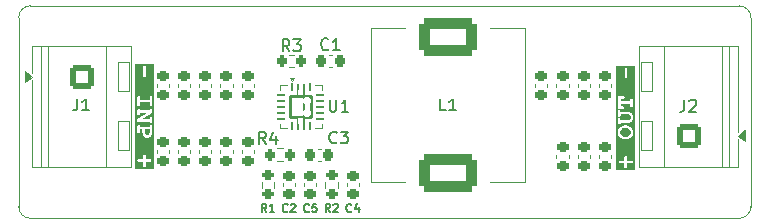
<source format=gto>
G04 #@! TF.GenerationSoftware,KiCad,Pcbnew,9.0.4*
G04 #@! TF.CreationDate,2025-09-22T12:07:41+05:30*
G04 #@! TF.ProjectId,buck-converter-8A,6275636b-2d63-46f6-9e76-65727465722d,rev?*
G04 #@! TF.SameCoordinates,Original*
G04 #@! TF.FileFunction,Legend,Top*
G04 #@! TF.FilePolarity,Positive*
%FSLAX46Y46*%
G04 Gerber Fmt 4.6, Leading zero omitted, Abs format (unit mm)*
G04 Created by KiCad (PCBNEW 9.0.4) date 2025-09-22 12:07:41*
%MOMM*%
%LPD*%
G01*
G04 APERTURE LIST*
G04 Aperture macros list*
%AMRoundRect*
0 Rectangle with rounded corners*
0 $1 Rounding radius*
0 $2 $3 $4 $5 $6 $7 $8 $9 X,Y pos of 4 corners*
0 Add a 4 corners polygon primitive as box body*
4,1,4,$2,$3,$4,$5,$6,$7,$8,$9,$2,$3,0*
0 Add four circle primitives for the rounded corners*
1,1,$1+$1,$2,$3*
1,1,$1+$1,$4,$5*
1,1,$1+$1,$6,$7*
1,1,$1+$1,$8,$9*
0 Add four rect primitives between the rounded corners*
20,1,$1+$1,$2,$3,$4,$5,0*
20,1,$1+$1,$4,$5,$6,$7,0*
20,1,$1+$1,$6,$7,$8,$9,0*
20,1,$1+$1,$8,$9,$2,$3,0*%
G04 Aperture macros list end*
%ADD10C,0.200000*%
%ADD11C,0.160000*%
%ADD12C,0.180000*%
%ADD13C,0.120000*%
%ADD14C,0.100000*%
%ADD15RoundRect,0.225000X-0.250000X0.225000X-0.250000X-0.225000X0.250000X-0.225000X0.250000X0.225000X0*%
%ADD16RoundRect,0.250001X-0.799999X0.799999X-0.799999X-0.799999X0.799999X-0.799999X0.799999X0.799999X0*%
%ADD17C,2.100000*%
%ADD18RoundRect,0.225000X0.250000X-0.225000X0.250000X0.225000X-0.250000X0.225000X-0.250000X-0.225000X0*%
%ADD19RoundRect,0.200000X-0.200000X-0.275000X0.200000X-0.275000X0.200000X0.275000X-0.200000X0.275000X0*%
%ADD20RoundRect,0.200000X-0.275000X0.200000X-0.275000X-0.200000X0.275000X-0.200000X0.275000X0.200000X0*%
%ADD21RoundRect,0.483900X-1.992600X1.129100X-1.992600X-1.129100X1.992600X-1.129100X1.992600X1.129100X0*%
%ADD22RoundRect,0.225000X-0.225000X-0.250000X0.225000X-0.250000X0.225000X0.250000X-0.225000X0.250000X0*%
%ADD23RoundRect,0.050000X0.070000X-0.250000X0.070000X0.250000X-0.070000X0.250000X-0.070000X-0.250000X0*%
%ADD24RoundRect,0.050000X-0.250000X-0.070000X0.250000X-0.070000X0.250000X0.070000X-0.250000X0.070000X0*%
%ADD25RoundRect,0.050000X-0.070000X0.250000X-0.070000X-0.250000X0.070000X-0.250000X0.070000X0.250000X0*%
%ADD26C,0.700000*%
%ADD27RoundRect,0.050000X-0.050000X-1.900000X0.050000X-1.900000X0.050000X1.900000X-0.050000X1.900000X0*%
%ADD28R,0.550000X0.467500*%
%ADD29RoundRect,0.120000X-0.905000X-0.905000X0.905000X-0.905000X0.905000X0.905000X-0.905000X0.905000X0*%
%ADD30RoundRect,0.250001X0.799999X-0.799999X0.799999X0.799999X-0.799999X0.799999X-0.799999X-0.799999X0*%
%ADD31RoundRect,0.200000X0.275000X-0.200000X0.275000X0.200000X-0.275000X0.200000X-0.275000X-0.200000X0*%
G04 #@! TA.AperFunction,Profile*
%ADD32C,0.050000*%
G04 #@! TD*
G04 APERTURE END LIST*
D10*
G36*
X160871590Y-90880712D02*
G01*
X160954638Y-90902858D01*
X161028281Y-90938782D01*
X161094031Y-90988873D01*
X161150581Y-91051153D01*
X161189035Y-91115077D01*
X161211593Y-91181614D01*
X161219145Y-91252198D01*
X161211590Y-91322177D01*
X161188987Y-91388349D01*
X161150376Y-91452139D01*
X161093482Y-91514515D01*
X161027459Y-91564628D01*
X160953788Y-91600521D01*
X160870996Y-91622614D01*
X160777126Y-91630286D01*
X160683215Y-91622619D01*
X160600309Y-91600533D01*
X160526465Y-91564639D01*
X160460221Y-91514515D01*
X160403053Y-91452105D01*
X160364279Y-91388306D01*
X160341590Y-91322148D01*
X160334009Y-91252198D01*
X160341587Y-91181643D01*
X160364230Y-91115119D01*
X160402849Y-91051187D01*
X160459672Y-90988873D01*
X160525688Y-90938764D01*
X160599522Y-90902840D01*
X160682671Y-90880705D01*
X160777126Y-90873011D01*
X160871590Y-90880712D01*
G37*
G36*
X161596837Y-94482677D02*
G01*
X159956316Y-94482677D01*
X159956316Y-93769853D01*
X160199187Y-93769853D01*
X160207554Y-93812804D01*
X160232068Y-93846148D01*
X160271682Y-93866975D01*
X160340054Y-93875366D01*
X160691580Y-93875366D01*
X160691580Y-94175601D01*
X160699199Y-94244518D01*
X160719882Y-94283770D01*
X160753286Y-94307774D01*
X160796543Y-94316010D01*
X160839817Y-94307777D01*
X160873297Y-94283770D01*
X160894149Y-94244522D01*
X160902606Y-94175601D01*
X160902606Y-93875366D01*
X161254499Y-93875366D01*
X161323430Y-93866932D01*
X161362668Y-93846148D01*
X161386753Y-93812850D01*
X161395000Y-93769853D01*
X161386730Y-93726874D01*
X161362668Y-93694016D01*
X161323489Y-93673640D01*
X161254499Y-93665348D01*
X160902606Y-93665348D01*
X160902606Y-93365112D01*
X160894145Y-93296206D01*
X160873297Y-93257035D01*
X160839810Y-93232956D01*
X160796543Y-93224703D01*
X160753391Y-93232978D01*
X160720431Y-93257035D01*
X160699923Y-93296156D01*
X160691580Y-93365112D01*
X160691580Y-93665348D01*
X160340054Y-93664248D01*
X160270880Y-93672690D01*
X160231610Y-93693466D01*
X160207458Y-93726785D01*
X160199187Y-93769853D01*
X159956316Y-93769853D01*
X159956316Y-91252198D01*
X160122983Y-91252198D01*
X160132515Y-91353823D01*
X160160876Y-91449833D01*
X160208730Y-91541908D01*
X160278046Y-91631293D01*
X160359685Y-91706453D01*
X160449070Y-91764265D01*
X160547304Y-91805864D01*
X160655988Y-91831456D01*
X160777126Y-91840304D01*
X160898292Y-91831445D01*
X161006859Y-91805834D01*
X161104857Y-91764226D01*
X161193902Y-91706423D01*
X161275107Y-91631293D01*
X161344424Y-91541908D01*
X161392277Y-91449833D01*
X161420638Y-91353823D01*
X161430170Y-91252198D01*
X161422817Y-91161583D01*
X161401052Y-91076225D01*
X161364716Y-90994898D01*
X161312858Y-90916634D01*
X161243783Y-90840771D01*
X161165931Y-90777089D01*
X161081459Y-90727857D01*
X160989411Y-90692351D01*
X160888492Y-90670520D01*
X160777126Y-90662992D01*
X160665270Y-90670531D01*
X160564011Y-90692386D01*
X160471758Y-90727909D01*
X160387201Y-90777134D01*
X160309371Y-90840771D01*
X160240295Y-90916634D01*
X160188437Y-90994898D01*
X160152101Y-91076225D01*
X160130336Y-91161583D01*
X160122983Y-91252198D01*
X159956316Y-91252198D01*
X159956316Y-89524057D01*
X160152292Y-89524057D01*
X160152292Y-89799655D01*
X160160725Y-89868586D01*
X160181509Y-89907824D01*
X160214737Y-89931830D01*
X160257805Y-89940064D01*
X160300889Y-89931833D01*
X160334192Y-89907824D01*
X160354908Y-89868596D01*
X160363318Y-89799655D01*
X160363318Y-89723818D01*
X160979451Y-89723818D01*
X161036879Y-89730571D01*
X161082308Y-89749463D01*
X161141611Y-89796738D01*
X161184157Y-89854976D01*
X161210387Y-89921816D01*
X161219145Y-89993370D01*
X161210904Y-90064292D01*
X161186878Y-90126613D01*
X161146605Y-90182414D01*
X161094329Y-90226920D01*
X161039222Y-90252358D01*
X160979451Y-90260816D01*
X160363318Y-90260816D01*
X160363318Y-90184979D01*
X160354904Y-90116052D01*
X160334192Y-90076901D01*
X160300881Y-90052820D01*
X160257805Y-90044569D01*
X160214745Y-90052824D01*
X160181509Y-90076901D01*
X160160729Y-90116062D01*
X160152292Y-90184979D01*
X160152292Y-90460576D01*
X160160776Y-90530309D01*
X160181509Y-90569203D01*
X160214699Y-90592852D01*
X160257805Y-90600985D01*
X160300927Y-90592855D01*
X160334192Y-90569203D01*
X160355169Y-90531537D01*
X160363318Y-90470834D01*
X160961041Y-90470834D01*
X161041486Y-90465999D01*
X161105071Y-90452841D01*
X161154939Y-90432916D01*
X161224717Y-90388459D01*
X161294341Y-90326853D01*
X161353309Y-90254036D01*
X161395641Y-90173163D01*
X161421425Y-90085262D01*
X161430170Y-89990256D01*
X161421439Y-89894490D01*
X161395913Y-89807620D01*
X161353627Y-89727786D01*
X161293333Y-89653659D01*
X161220481Y-89591938D01*
X161141819Y-89548754D01*
X161055986Y-89522712D01*
X160961041Y-89513799D01*
X160363318Y-89513799D01*
X160355169Y-89453096D01*
X160334192Y-89415430D01*
X160300927Y-89391778D01*
X160257805Y-89383648D01*
X160214745Y-89391902D01*
X160181509Y-89415980D01*
X160160729Y-89455141D01*
X160152292Y-89524057D01*
X159956316Y-89524057D01*
X159956316Y-89280700D01*
X160152292Y-89280700D01*
X160562620Y-89280700D01*
X160631793Y-89272258D01*
X160671064Y-89251482D01*
X160695119Y-89218320D01*
X160703304Y-89176103D01*
X160695077Y-89133098D01*
X160671064Y-89099808D01*
X160631793Y-89079032D01*
X160562620Y-89070590D01*
X160363318Y-89070590D01*
X160363318Y-88843169D01*
X161183974Y-88843169D01*
X161183974Y-88983487D01*
X161192407Y-89052418D01*
X161213191Y-89091656D01*
X161246419Y-89115662D01*
X161289487Y-89123896D01*
X161332570Y-89115665D01*
X161365874Y-89091656D01*
X161386589Y-89052428D01*
X161395000Y-88983487D01*
X161395000Y-88491643D01*
X161386586Y-88422717D01*
X161365874Y-88383565D01*
X161332570Y-88359556D01*
X161289487Y-88351325D01*
X161246419Y-88359559D01*
X161213191Y-88383565D01*
X161192411Y-88422727D01*
X161183974Y-88491643D01*
X161183974Y-88633060D01*
X160363318Y-88633060D01*
X160363318Y-88402525D01*
X160562620Y-88402525D01*
X160631793Y-88394083D01*
X160671064Y-88373307D01*
X160695123Y-88340157D01*
X160703304Y-88298019D01*
X160695073Y-88254936D01*
X160671064Y-88221632D01*
X160631793Y-88200856D01*
X160562620Y-88192415D01*
X160152292Y-88192415D01*
X160152292Y-89280700D01*
X159956316Y-89280700D01*
X159956316Y-86654418D01*
X160703304Y-86654418D01*
X160896744Y-86654418D01*
X160896744Y-85777250D01*
X160703304Y-85777250D01*
X160703304Y-86654418D01*
X159956316Y-86654418D01*
X159956316Y-85610583D01*
X161596837Y-85610583D01*
X161596837Y-94482677D01*
G37*
G36*
X120486681Y-91261298D02*
G01*
X120479743Y-91340163D01*
X120460860Y-91400793D01*
X120431727Y-91447228D01*
X120391682Y-91484373D01*
X120349448Y-91505390D01*
X120303499Y-91512349D01*
X120249667Y-91503767D01*
X120200973Y-91477887D01*
X120155488Y-91431932D01*
X120122635Y-91375195D01*
X120101575Y-91303882D01*
X120093939Y-91214220D01*
X120093939Y-91019498D01*
X120486681Y-91019498D01*
X120486681Y-91261298D01*
G37*
G36*
X120864374Y-94370878D02*
G01*
X119288333Y-94370878D01*
X119288333Y-93659061D01*
X119455000Y-93659061D01*
X119463269Y-93702039D01*
X119487331Y-93734898D01*
X119526510Y-93755274D01*
X119595500Y-93763566D01*
X119947393Y-93763566D01*
X119947393Y-94063802D01*
X119955854Y-94132708D01*
X119976702Y-94171879D01*
X120010189Y-94195958D01*
X120053456Y-94204211D01*
X120096608Y-94195936D01*
X120129568Y-94171879D01*
X120150076Y-94132758D01*
X120158419Y-94063802D01*
X120158419Y-93763566D01*
X120509945Y-93764665D01*
X120579119Y-93756224D01*
X120618389Y-93735448D01*
X120642541Y-93702129D01*
X120650812Y-93659061D01*
X120642445Y-93616110D01*
X120617931Y-93582765D01*
X120578317Y-93561939D01*
X120509945Y-93553548D01*
X120158419Y-93553548D01*
X120158419Y-93253312D01*
X120150800Y-93184396D01*
X120130117Y-93145143D01*
X120096713Y-93121139D01*
X120053456Y-93112903D01*
X120010182Y-93121136D01*
X119976702Y-93145143D01*
X119955850Y-93184391D01*
X119947393Y-93253312D01*
X119947393Y-93553548D01*
X119595500Y-93553548D01*
X119526569Y-93561982D01*
X119487331Y-93582765D01*
X119463246Y-93616064D01*
X119455000Y-93659061D01*
X119288333Y-93659061D01*
X119288333Y-90776690D01*
X119455000Y-90776690D01*
X119455000Y-91231623D01*
X119463413Y-91300549D01*
X119484125Y-91339700D01*
X119517436Y-91363781D01*
X119560512Y-91372032D01*
X119603572Y-91363778D01*
X119636808Y-91339700D01*
X119657588Y-91300539D01*
X119666025Y-91231623D01*
X119666025Y-91019498D01*
X119882913Y-91019498D01*
X119882913Y-91214220D01*
X119882913Y-91218250D01*
X119891323Y-91338665D01*
X119913046Y-91422682D01*
X119949846Y-91497987D01*
X120003080Y-91574357D01*
X120065897Y-91640223D01*
X120124347Y-91680419D01*
X120208861Y-91711949D01*
X120298462Y-91722459D01*
X120379244Y-91714570D01*
X120452281Y-91691483D01*
X120519301Y-91653070D01*
X120581478Y-91597895D01*
X120630820Y-91532635D01*
X120666931Y-91456159D01*
X120689661Y-91366310D01*
X120697707Y-91260291D01*
X120697707Y-90776690D01*
X120689274Y-90707759D01*
X120668490Y-90668521D01*
X120635262Y-90644515D01*
X120592194Y-90636281D01*
X120549110Y-90644512D01*
X120515807Y-90668521D01*
X120495091Y-90707749D01*
X120486681Y-90776690D01*
X120486681Y-90809480D01*
X119666025Y-90809480D01*
X119666025Y-90776690D01*
X119657639Y-90708575D01*
X119636808Y-90669070D01*
X119603534Y-90644635D01*
X119560512Y-90636281D01*
X119517429Y-90644512D01*
X119484125Y-90668521D01*
X119463410Y-90707749D01*
X119455000Y-90776690D01*
X119288333Y-90776690D01*
X119288333Y-89419494D01*
X119455000Y-89419494D01*
X119455000Y-89695091D01*
X119463413Y-89764017D01*
X119484125Y-89803168D01*
X119517436Y-89827249D01*
X119560512Y-89835500D01*
X119603572Y-89827246D01*
X119636808Y-89803168D01*
X119657588Y-89764007D01*
X119666025Y-89695091D01*
X119666025Y-89619254D01*
X120300935Y-89619254D01*
X119455000Y-90159275D01*
X119455000Y-90367278D01*
X120486681Y-90367278D01*
X120494797Y-90427095D01*
X120515807Y-90464639D01*
X120549072Y-90488291D01*
X120592194Y-90496421D01*
X120635254Y-90488167D01*
X120668490Y-90464090D01*
X120689270Y-90424929D01*
X120697707Y-90356012D01*
X120697707Y-90080415D01*
X120689274Y-90011484D01*
X120668490Y-89972246D01*
X120635262Y-89948240D01*
X120592194Y-89940006D01*
X120549110Y-89948236D01*
X120515807Y-89972246D01*
X120495091Y-90011474D01*
X120486681Y-90080415D01*
X120486681Y-90156160D01*
X119854886Y-90156160D01*
X120697707Y-89619254D01*
X120697707Y-89376446D01*
X120689274Y-89307515D01*
X120668490Y-89268277D01*
X120635262Y-89244271D01*
X120592194Y-89236037D01*
X120549110Y-89244268D01*
X120515807Y-89268277D01*
X120495091Y-89307505D01*
X120486681Y-89376446D01*
X120486681Y-89409235D01*
X119666025Y-89409235D01*
X119657854Y-89348542D01*
X119636808Y-89310867D01*
X119603618Y-89287218D01*
X119560512Y-89279084D01*
X119517429Y-89287315D01*
X119484125Y-89311324D01*
X119463410Y-89350553D01*
X119455000Y-89419494D01*
X119288333Y-89419494D01*
X119288333Y-88306112D01*
X119455000Y-88306112D01*
X119455000Y-88940381D01*
X119463413Y-89009307D01*
X119484125Y-89048458D01*
X119517436Y-89072539D01*
X119560512Y-89080790D01*
X119603572Y-89072536D01*
X119636808Y-89048458D01*
X119657588Y-89009297D01*
X119666025Y-88940381D01*
X119666025Y-88728256D01*
X120486681Y-88728256D01*
X120486681Y-88940381D01*
X120495095Y-89009307D01*
X120515807Y-89048458D01*
X120549118Y-89072539D01*
X120592194Y-89080790D01*
X120635254Y-89072536D01*
X120668490Y-89048458D01*
X120689270Y-89009297D01*
X120697707Y-88940381D01*
X120697707Y-88306112D01*
X120689270Y-88237196D01*
X120668490Y-88198035D01*
X120635262Y-88174029D01*
X120592194Y-88165795D01*
X120549110Y-88174026D01*
X120515807Y-88198035D01*
X120495095Y-88237186D01*
X120486681Y-88306112D01*
X120486681Y-88518237D01*
X119666025Y-88518237D01*
X119666025Y-88306112D01*
X119657588Y-88237196D01*
X119636808Y-88198035D01*
X119603580Y-88174029D01*
X119560512Y-88165795D01*
X119517429Y-88174026D01*
X119484125Y-88198035D01*
X119463413Y-88237186D01*
X119455000Y-88306112D01*
X119288333Y-88306112D01*
X119288333Y-86545732D01*
X119953255Y-86545732D01*
X120146695Y-86545732D01*
X120146695Y-85668565D01*
X119953255Y-85668565D01*
X119953255Y-86545732D01*
X119288333Y-86545732D01*
X119288333Y-85501898D01*
X120864374Y-85501898D01*
X120864374Y-94370878D01*
G37*
D11*
X133983333Y-97948846D02*
X133950000Y-97982180D01*
X133950000Y-97982180D02*
X133850000Y-98015513D01*
X133850000Y-98015513D02*
X133783333Y-98015513D01*
X133783333Y-98015513D02*
X133683333Y-97982180D01*
X133683333Y-97982180D02*
X133616667Y-97915513D01*
X133616667Y-97915513D02*
X133583333Y-97848846D01*
X133583333Y-97848846D02*
X133550000Y-97715513D01*
X133550000Y-97715513D02*
X133550000Y-97615513D01*
X133550000Y-97615513D02*
X133583333Y-97482180D01*
X133583333Y-97482180D02*
X133616667Y-97415513D01*
X133616667Y-97415513D02*
X133683333Y-97348846D01*
X133683333Y-97348846D02*
X133783333Y-97315513D01*
X133783333Y-97315513D02*
X133850000Y-97315513D01*
X133850000Y-97315513D02*
X133950000Y-97348846D01*
X133950000Y-97348846D02*
X133983333Y-97382180D01*
X134616667Y-97315513D02*
X134283333Y-97315513D01*
X134283333Y-97315513D02*
X134250000Y-97648846D01*
X134250000Y-97648846D02*
X134283333Y-97615513D01*
X134283333Y-97615513D02*
X134350000Y-97582180D01*
X134350000Y-97582180D02*
X134516667Y-97582180D01*
X134516667Y-97582180D02*
X134583333Y-97615513D01*
X134583333Y-97615513D02*
X134616667Y-97648846D01*
X134616667Y-97648846D02*
X134650000Y-97715513D01*
X134650000Y-97715513D02*
X134650000Y-97882180D01*
X134650000Y-97882180D02*
X134616667Y-97948846D01*
X134616667Y-97948846D02*
X134583333Y-97982180D01*
X134583333Y-97982180D02*
X134516667Y-98015513D01*
X134516667Y-98015513D02*
X134350000Y-98015513D01*
X134350000Y-98015513D02*
X134283333Y-97982180D01*
X134283333Y-97982180D02*
X134250000Y-97948846D01*
D12*
X114366666Y-88403259D02*
X114366666Y-89117544D01*
X114366666Y-89117544D02*
X114319047Y-89260401D01*
X114319047Y-89260401D02*
X114223809Y-89355640D01*
X114223809Y-89355640D02*
X114080952Y-89403259D01*
X114080952Y-89403259D02*
X113985714Y-89403259D01*
X115366666Y-89403259D02*
X114795238Y-89403259D01*
X115080952Y-89403259D02*
X115080952Y-88403259D01*
X115080952Y-88403259D02*
X114985714Y-88546116D01*
X114985714Y-88546116D02*
X114890476Y-88641354D01*
X114890476Y-88641354D02*
X114795238Y-88688973D01*
D11*
X130333333Y-92254299D02*
X130000000Y-91778108D01*
X129761905Y-92254299D02*
X129761905Y-91254299D01*
X129761905Y-91254299D02*
X130142857Y-91254299D01*
X130142857Y-91254299D02*
X130238095Y-91301918D01*
X130238095Y-91301918D02*
X130285714Y-91349537D01*
X130285714Y-91349537D02*
X130333333Y-91444775D01*
X130333333Y-91444775D02*
X130333333Y-91587632D01*
X130333333Y-91587632D02*
X130285714Y-91682870D01*
X130285714Y-91682870D02*
X130238095Y-91730489D01*
X130238095Y-91730489D02*
X130142857Y-91778108D01*
X130142857Y-91778108D02*
X129761905Y-91778108D01*
X131190476Y-91587632D02*
X131190476Y-92254299D01*
X130952381Y-91206680D02*
X130714286Y-91920965D01*
X130714286Y-91920965D02*
X131333333Y-91920965D01*
X132333333Y-84404299D02*
X132000000Y-83928108D01*
X131761905Y-84404299D02*
X131761905Y-83404299D01*
X131761905Y-83404299D02*
X132142857Y-83404299D01*
X132142857Y-83404299D02*
X132238095Y-83451918D01*
X132238095Y-83451918D02*
X132285714Y-83499537D01*
X132285714Y-83499537D02*
X132333333Y-83594775D01*
X132333333Y-83594775D02*
X132333333Y-83737632D01*
X132333333Y-83737632D02*
X132285714Y-83832870D01*
X132285714Y-83832870D02*
X132238095Y-83880489D01*
X132238095Y-83880489D02*
X132142857Y-83928108D01*
X132142857Y-83928108D02*
X131761905Y-83928108D01*
X132666667Y-83404299D02*
X133285714Y-83404299D01*
X133285714Y-83404299D02*
X132952381Y-83785251D01*
X132952381Y-83785251D02*
X133095238Y-83785251D01*
X133095238Y-83785251D02*
X133190476Y-83832870D01*
X133190476Y-83832870D02*
X133238095Y-83880489D01*
X133238095Y-83880489D02*
X133285714Y-83975727D01*
X133285714Y-83975727D02*
X133285714Y-84213822D01*
X133285714Y-84213822D02*
X133238095Y-84309060D01*
X133238095Y-84309060D02*
X133190476Y-84356680D01*
X133190476Y-84356680D02*
X133095238Y-84404299D01*
X133095238Y-84404299D02*
X132809524Y-84404299D01*
X132809524Y-84404299D02*
X132714286Y-84356680D01*
X132714286Y-84356680D02*
X132666667Y-84309060D01*
X135783333Y-98015513D02*
X135550000Y-97682180D01*
X135383333Y-98015513D02*
X135383333Y-97315513D01*
X135383333Y-97315513D02*
X135650000Y-97315513D01*
X135650000Y-97315513D02*
X135716667Y-97348846D01*
X135716667Y-97348846D02*
X135750000Y-97382180D01*
X135750000Y-97382180D02*
X135783333Y-97448846D01*
X135783333Y-97448846D02*
X135783333Y-97548846D01*
X135783333Y-97548846D02*
X135750000Y-97615513D01*
X135750000Y-97615513D02*
X135716667Y-97648846D01*
X135716667Y-97648846D02*
X135650000Y-97682180D01*
X135650000Y-97682180D02*
X135383333Y-97682180D01*
X136050000Y-97382180D02*
X136083333Y-97348846D01*
X136083333Y-97348846D02*
X136150000Y-97315513D01*
X136150000Y-97315513D02*
X136316667Y-97315513D01*
X136316667Y-97315513D02*
X136383333Y-97348846D01*
X136383333Y-97348846D02*
X136416667Y-97382180D01*
X136416667Y-97382180D02*
X136450000Y-97448846D01*
X136450000Y-97448846D02*
X136450000Y-97515513D01*
X136450000Y-97515513D02*
X136416667Y-97615513D01*
X136416667Y-97615513D02*
X136016667Y-98015513D01*
X136016667Y-98015513D02*
X136450000Y-98015513D01*
D12*
X145583333Y-89403259D02*
X145107143Y-89403259D01*
X145107143Y-89403259D02*
X145107143Y-88403259D01*
X146440476Y-89403259D02*
X145869048Y-89403259D01*
X146154762Y-89403259D02*
X146154762Y-88403259D01*
X146154762Y-88403259D02*
X146059524Y-88546116D01*
X146059524Y-88546116D02*
X145964286Y-88641354D01*
X145964286Y-88641354D02*
X145869048Y-88688973D01*
D11*
X136333333Y-92109060D02*
X136285714Y-92156680D01*
X136285714Y-92156680D02*
X136142857Y-92204299D01*
X136142857Y-92204299D02*
X136047619Y-92204299D01*
X136047619Y-92204299D02*
X135904762Y-92156680D01*
X135904762Y-92156680D02*
X135809524Y-92061441D01*
X135809524Y-92061441D02*
X135761905Y-91966203D01*
X135761905Y-91966203D02*
X135714286Y-91775727D01*
X135714286Y-91775727D02*
X135714286Y-91632870D01*
X135714286Y-91632870D02*
X135761905Y-91442394D01*
X135761905Y-91442394D02*
X135809524Y-91347156D01*
X135809524Y-91347156D02*
X135904762Y-91251918D01*
X135904762Y-91251918D02*
X136047619Y-91204299D01*
X136047619Y-91204299D02*
X136142857Y-91204299D01*
X136142857Y-91204299D02*
X136285714Y-91251918D01*
X136285714Y-91251918D02*
X136333333Y-91299537D01*
X136666667Y-91204299D02*
X137285714Y-91204299D01*
X137285714Y-91204299D02*
X136952381Y-91585251D01*
X136952381Y-91585251D02*
X137095238Y-91585251D01*
X137095238Y-91585251D02*
X137190476Y-91632870D01*
X137190476Y-91632870D02*
X137238095Y-91680489D01*
X137238095Y-91680489D02*
X137285714Y-91775727D01*
X137285714Y-91775727D02*
X137285714Y-92013822D01*
X137285714Y-92013822D02*
X137238095Y-92109060D01*
X137238095Y-92109060D02*
X137190476Y-92156680D01*
X137190476Y-92156680D02*
X137095238Y-92204299D01*
X137095238Y-92204299D02*
X136809524Y-92204299D01*
X136809524Y-92204299D02*
X136714286Y-92156680D01*
X136714286Y-92156680D02*
X136666667Y-92109060D01*
X135738095Y-88504299D02*
X135738095Y-89313822D01*
X135738095Y-89313822D02*
X135785714Y-89409060D01*
X135785714Y-89409060D02*
X135833333Y-89456680D01*
X135833333Y-89456680D02*
X135928571Y-89504299D01*
X135928571Y-89504299D02*
X136119047Y-89504299D01*
X136119047Y-89504299D02*
X136214285Y-89456680D01*
X136214285Y-89456680D02*
X136261904Y-89409060D01*
X136261904Y-89409060D02*
X136309523Y-89313822D01*
X136309523Y-89313822D02*
X136309523Y-88504299D01*
X137309523Y-89504299D02*
X136738095Y-89504299D01*
X137023809Y-89504299D02*
X137023809Y-88504299D01*
X137023809Y-88504299D02*
X136928571Y-88647156D01*
X136928571Y-88647156D02*
X136833333Y-88742394D01*
X136833333Y-88742394D02*
X136738095Y-88790013D01*
D12*
X165766666Y-88503259D02*
X165766666Y-89217544D01*
X165766666Y-89217544D02*
X165719047Y-89360401D01*
X165719047Y-89360401D02*
X165623809Y-89455640D01*
X165623809Y-89455640D02*
X165480952Y-89503259D01*
X165480952Y-89503259D02*
X165385714Y-89503259D01*
X166195238Y-88598497D02*
X166242857Y-88550878D01*
X166242857Y-88550878D02*
X166338095Y-88503259D01*
X166338095Y-88503259D02*
X166576190Y-88503259D01*
X166576190Y-88503259D02*
X166671428Y-88550878D01*
X166671428Y-88550878D02*
X166719047Y-88598497D01*
X166719047Y-88598497D02*
X166766666Y-88693735D01*
X166766666Y-88693735D02*
X166766666Y-88788973D01*
X166766666Y-88788973D02*
X166719047Y-88931830D01*
X166719047Y-88931830D02*
X166147619Y-89503259D01*
X166147619Y-89503259D02*
X166766666Y-89503259D01*
D11*
X137583333Y-97948846D02*
X137550000Y-97982180D01*
X137550000Y-97982180D02*
X137450000Y-98015513D01*
X137450000Y-98015513D02*
X137383333Y-98015513D01*
X137383333Y-98015513D02*
X137283333Y-97982180D01*
X137283333Y-97982180D02*
X137216667Y-97915513D01*
X137216667Y-97915513D02*
X137183333Y-97848846D01*
X137183333Y-97848846D02*
X137150000Y-97715513D01*
X137150000Y-97715513D02*
X137150000Y-97615513D01*
X137150000Y-97615513D02*
X137183333Y-97482180D01*
X137183333Y-97482180D02*
X137216667Y-97415513D01*
X137216667Y-97415513D02*
X137283333Y-97348846D01*
X137283333Y-97348846D02*
X137383333Y-97315513D01*
X137383333Y-97315513D02*
X137450000Y-97315513D01*
X137450000Y-97315513D02*
X137550000Y-97348846D01*
X137550000Y-97348846D02*
X137583333Y-97382180D01*
X138183333Y-97548846D02*
X138183333Y-98015513D01*
X138016667Y-97282180D02*
X137850000Y-97782180D01*
X137850000Y-97782180D02*
X138283333Y-97782180D01*
X132183333Y-97948846D02*
X132150000Y-97982180D01*
X132150000Y-97982180D02*
X132050000Y-98015513D01*
X132050000Y-98015513D02*
X131983333Y-98015513D01*
X131983333Y-98015513D02*
X131883333Y-97982180D01*
X131883333Y-97982180D02*
X131816667Y-97915513D01*
X131816667Y-97915513D02*
X131783333Y-97848846D01*
X131783333Y-97848846D02*
X131750000Y-97715513D01*
X131750000Y-97715513D02*
X131750000Y-97615513D01*
X131750000Y-97615513D02*
X131783333Y-97482180D01*
X131783333Y-97482180D02*
X131816667Y-97415513D01*
X131816667Y-97415513D02*
X131883333Y-97348846D01*
X131883333Y-97348846D02*
X131983333Y-97315513D01*
X131983333Y-97315513D02*
X132050000Y-97315513D01*
X132050000Y-97315513D02*
X132150000Y-97348846D01*
X132150000Y-97348846D02*
X132183333Y-97382180D01*
X132450000Y-97382180D02*
X132483333Y-97348846D01*
X132483333Y-97348846D02*
X132550000Y-97315513D01*
X132550000Y-97315513D02*
X132716667Y-97315513D01*
X132716667Y-97315513D02*
X132783333Y-97348846D01*
X132783333Y-97348846D02*
X132816667Y-97382180D01*
X132816667Y-97382180D02*
X132850000Y-97448846D01*
X132850000Y-97448846D02*
X132850000Y-97515513D01*
X132850000Y-97515513D02*
X132816667Y-97615513D01*
X132816667Y-97615513D02*
X132416667Y-98015513D01*
X132416667Y-98015513D02*
X132850000Y-98015513D01*
X135633333Y-84209060D02*
X135585714Y-84256680D01*
X135585714Y-84256680D02*
X135442857Y-84304299D01*
X135442857Y-84304299D02*
X135347619Y-84304299D01*
X135347619Y-84304299D02*
X135204762Y-84256680D01*
X135204762Y-84256680D02*
X135109524Y-84161441D01*
X135109524Y-84161441D02*
X135061905Y-84066203D01*
X135061905Y-84066203D02*
X135014286Y-83875727D01*
X135014286Y-83875727D02*
X135014286Y-83732870D01*
X135014286Y-83732870D02*
X135061905Y-83542394D01*
X135061905Y-83542394D02*
X135109524Y-83447156D01*
X135109524Y-83447156D02*
X135204762Y-83351918D01*
X135204762Y-83351918D02*
X135347619Y-83304299D01*
X135347619Y-83304299D02*
X135442857Y-83304299D01*
X135442857Y-83304299D02*
X135585714Y-83351918D01*
X135585714Y-83351918D02*
X135633333Y-83399537D01*
X136585714Y-84304299D02*
X136014286Y-84304299D01*
X136300000Y-84304299D02*
X136300000Y-83304299D01*
X136300000Y-83304299D02*
X136204762Y-83447156D01*
X136204762Y-83447156D02*
X136109524Y-83542394D01*
X136109524Y-83542394D02*
X136014286Y-83590013D01*
X130383333Y-98015513D02*
X130150000Y-97682180D01*
X129983333Y-98015513D02*
X129983333Y-97315513D01*
X129983333Y-97315513D02*
X130250000Y-97315513D01*
X130250000Y-97315513D02*
X130316667Y-97348846D01*
X130316667Y-97348846D02*
X130350000Y-97382180D01*
X130350000Y-97382180D02*
X130383333Y-97448846D01*
X130383333Y-97448846D02*
X130383333Y-97548846D01*
X130383333Y-97548846D02*
X130350000Y-97615513D01*
X130350000Y-97615513D02*
X130316667Y-97648846D01*
X130316667Y-97648846D02*
X130250000Y-97682180D01*
X130250000Y-97682180D02*
X129983333Y-97682180D01*
X131050000Y-98015513D02*
X130650000Y-98015513D01*
X130850000Y-98015513D02*
X130850000Y-97315513D01*
X130850000Y-97315513D02*
X130783333Y-97415513D01*
X130783333Y-97415513D02*
X130716667Y-97482180D01*
X130716667Y-97482180D02*
X130650000Y-97515513D01*
D13*
X121090000Y-87159420D02*
X121090000Y-87440580D01*
X122110000Y-87159420D02*
X122110000Y-87440580D01*
X133590000Y-95559420D02*
X133590000Y-95840580D01*
X134610000Y-95559420D02*
X134610000Y-95840580D01*
X110562500Y-83930000D02*
X110562500Y-86250000D01*
X110562500Y-86850000D02*
X110562500Y-94170000D01*
X111282500Y-83930000D02*
X111282500Y-94170000D01*
X111882500Y-83930000D02*
X111882500Y-94170000D01*
X116782500Y-83930000D02*
X116782500Y-94170000D01*
X117782500Y-85300000D02*
X117782500Y-87800000D01*
X117782500Y-90300000D02*
X117782500Y-92800000D01*
X118782500Y-85300000D02*
X117782500Y-85300000D01*
X118782500Y-85300000D02*
X118782500Y-87800000D01*
X118782500Y-87800000D02*
X117782500Y-87800000D01*
X118782500Y-90300000D02*
X117782500Y-90300000D01*
X118782500Y-90300000D02*
X118782500Y-92800000D01*
X118782500Y-92800000D02*
X117782500Y-92800000D01*
X118902500Y-83930000D02*
X110562500Y-83930000D01*
X118902500Y-83930000D02*
X118902500Y-94170000D01*
X118902500Y-94170000D02*
X110562500Y-94170000D01*
X110562500Y-86550000D02*
X109952500Y-86990000D01*
X109952500Y-86110000D01*
X110562500Y-86550000D01*
G36*
X110562500Y-86550000D02*
G01*
X109952500Y-86990000D01*
X109952500Y-86110000D01*
X110562500Y-86550000D01*
G37*
X124690000Y-87159420D02*
X124690000Y-87440580D01*
X125710000Y-87159420D02*
X125710000Y-87440580D01*
X122890000Y-87159420D02*
X122890000Y-87440580D01*
X123910000Y-87159420D02*
X123910000Y-87440580D01*
X156740000Y-93440580D02*
X156740000Y-93159420D01*
X157760000Y-93440580D02*
X157760000Y-93159420D01*
X131312742Y-92627500D02*
X131787258Y-92627500D01*
X131312742Y-93672500D02*
X131787258Y-93672500D01*
X156740000Y-87159420D02*
X156740000Y-87440580D01*
X157760000Y-87159420D02*
X157760000Y-87440580D01*
X158540000Y-87159420D02*
X158540000Y-87440580D01*
X159560000Y-87159420D02*
X159560000Y-87440580D01*
X128290000Y-87159420D02*
X128290000Y-87440580D01*
X129310000Y-87159420D02*
X129310000Y-87440580D01*
X132262742Y-84727500D02*
X132737258Y-84727500D01*
X132262742Y-85772500D02*
X132737258Y-85772500D01*
X135377500Y-95462742D02*
X135377500Y-95937258D01*
X136422500Y-95462742D02*
X136422500Y-95937258D01*
D14*
X139250000Y-82450000D02*
X142150000Y-82450000D01*
X139250000Y-95450000D02*
X139250000Y-82450000D01*
X139250000Y-95450000D02*
X142150000Y-95450000D01*
X149350000Y-82450000D02*
X152250000Y-82450000D01*
X149350000Y-95450000D02*
X152250000Y-95450000D01*
X152250000Y-82450000D02*
X152250000Y-95450000D01*
D13*
X134709420Y-92640000D02*
X134990580Y-92640000D01*
X134709420Y-93660000D02*
X134990580Y-93660000D01*
D14*
X131500000Y-87300000D02*
X132100000Y-87300000D01*
X131500000Y-87650000D02*
X131500000Y-87300000D01*
X131500000Y-90550000D02*
X131500000Y-90900000D01*
X131500000Y-90900000D02*
X132100000Y-90900000D01*
X135100000Y-87300000D02*
X134500000Y-87300000D01*
X135100000Y-87650000D02*
X135100000Y-87300000D01*
X135100000Y-90550000D02*
X135100000Y-90900000D01*
X135100000Y-90900000D02*
X134500000Y-90900000D01*
X132557715Y-86937687D02*
X132407715Y-86687687D01*
X132707715Y-86687687D01*
X132557715Y-86937687D01*
G36*
X132557715Y-86937687D02*
G01*
X132407715Y-86687687D01*
X132707715Y-86687687D01*
X132557715Y-86937687D01*
G37*
D13*
X154940000Y-87159420D02*
X154940000Y-87440580D01*
X155960000Y-87159420D02*
X155960000Y-87440580D01*
X121090000Y-93040580D02*
X121090000Y-92759420D01*
X122110000Y-93040580D02*
X122110000Y-92759420D01*
X126490000Y-93040580D02*
X126490000Y-92759420D01*
X127510000Y-93040580D02*
X127510000Y-92759420D01*
X126490000Y-87159420D02*
X126490000Y-87440580D01*
X127510000Y-87159420D02*
X127510000Y-87440580D01*
X161947500Y-83930000D02*
X170287500Y-83930000D01*
X161947500Y-94170000D02*
X161947500Y-83930000D01*
X161947500Y-94170000D02*
X170287500Y-94170000D01*
X162067500Y-85300000D02*
X163067500Y-85300000D01*
X162067500Y-87800000D02*
X162067500Y-85300000D01*
X162067500Y-87800000D02*
X163067500Y-87800000D01*
X162067500Y-90300000D02*
X163067500Y-90300000D01*
X162067500Y-92800000D02*
X162067500Y-90300000D01*
X162067500Y-92800000D02*
X163067500Y-92800000D01*
X163067500Y-87800000D02*
X163067500Y-85300000D01*
X163067500Y-92800000D02*
X163067500Y-90300000D01*
X164067500Y-94170000D02*
X164067500Y-83930000D01*
X168967500Y-94170000D02*
X168967500Y-83930000D01*
X169567500Y-94170000D02*
X169567500Y-83930000D01*
X170287500Y-91250000D02*
X170287500Y-83930000D01*
X170287500Y-94170000D02*
X170287500Y-91850000D01*
X170897500Y-91990000D02*
X170287500Y-91550000D01*
X170897500Y-91110000D01*
X170897500Y-91990000D01*
G36*
X170897500Y-91990000D02*
G01*
X170287500Y-91550000D01*
X170897500Y-91110000D01*
X170897500Y-91990000D01*
G37*
X122890000Y-93040580D02*
X122890000Y-92759420D01*
X123910000Y-93040580D02*
X123910000Y-92759420D01*
X158540000Y-93440580D02*
X158540000Y-93159420D01*
X159560000Y-93440580D02*
X159560000Y-93159420D01*
X124690000Y-93040580D02*
X124690000Y-92759420D01*
X125710000Y-93040580D02*
X125710000Y-92759420D01*
X128290000Y-93040580D02*
X128290000Y-92759420D01*
X129310000Y-93040580D02*
X129310000Y-92759420D01*
X154940000Y-93440580D02*
X154940000Y-93159420D01*
X155960000Y-93440580D02*
X155960000Y-93159420D01*
X137190000Y-95840580D02*
X137190000Y-95559420D01*
X138210000Y-95840580D02*
X138210000Y-95559420D01*
X153140000Y-87159420D02*
X153140000Y-87440580D01*
X154160000Y-87159420D02*
X154160000Y-87440580D01*
X131790000Y-95559420D02*
X131790000Y-95840580D01*
X132810000Y-95559420D02*
X132810000Y-95840580D01*
X135659420Y-84740000D02*
X135940580Y-84740000D01*
X135659420Y-85760000D02*
X135940580Y-85760000D01*
X129977500Y-95937258D02*
X129977500Y-95462742D01*
X131022500Y-95937258D02*
X131022500Y-95462742D01*
%LPC*%
D14*
X109025000Y-94799742D02*
X120425000Y-94799742D01*
X120425000Y-99250000D01*
X109025000Y-99250000D01*
X109025000Y-94799742D01*
G36*
X109025000Y-94799742D02*
G01*
X120425000Y-94799742D01*
X120425000Y-99250000D01*
X109025000Y-99250000D01*
X109025000Y-94799742D01*
G37*
X160175000Y-94899742D02*
X172175000Y-94899742D01*
X172175000Y-98950000D01*
X160175000Y-98950000D01*
X160175000Y-94899742D01*
G36*
X160175000Y-94899742D02*
G01*
X172175000Y-94899742D01*
X172175000Y-98950000D01*
X160175000Y-98950000D01*
X160175000Y-94899742D01*
G37*
X109025000Y-80549742D02*
X121375000Y-80549742D01*
X121375000Y-83300000D01*
X109025000Y-83300000D01*
X109025000Y-80549742D01*
G36*
X109025000Y-80549742D02*
G01*
X121375000Y-80549742D01*
X121375000Y-83300000D01*
X109025000Y-83300000D01*
X109025000Y-80549742D01*
G37*
X160470937Y-80449740D02*
X172370937Y-80449740D01*
X172370937Y-83199998D01*
X160470937Y-83199998D01*
X160470937Y-80449740D01*
G36*
X160470937Y-80449740D02*
G01*
X172370937Y-80449740D01*
X172370937Y-83199998D01*
X160470937Y-83199998D01*
X160470937Y-80449740D01*
G37*
X120700000Y-80549740D02*
X128600000Y-80549740D01*
X128600000Y-85350000D01*
X120700000Y-85350000D01*
X120700000Y-80549740D01*
G36*
X120700000Y-80549740D02*
G01*
X128600000Y-80549740D01*
X128600000Y-85350000D01*
X120700000Y-85350000D01*
X120700000Y-80549740D01*
G37*
X153550000Y-80449870D02*
X161450000Y-80449870D01*
X161450000Y-85250130D01*
X153550000Y-85250130D01*
X153550000Y-80449870D01*
G36*
X153550000Y-80449870D02*
G01*
X161450000Y-80449870D01*
X161450000Y-85250130D01*
X153550000Y-85250130D01*
X153550000Y-80449870D01*
G37*
D15*
X121600000Y-86525000D03*
X121600000Y-88075000D03*
X134100000Y-94925000D03*
X134100000Y-96475000D03*
D16*
X114732500Y-86550000D03*
D17*
X114732500Y-91550000D03*
D15*
X125200000Y-86525000D03*
X125200000Y-88075000D03*
X123400000Y-86525000D03*
X123400000Y-88075000D03*
D18*
X157250000Y-94075000D03*
X157250000Y-92525000D03*
D19*
X130725000Y-93150000D03*
X132375000Y-93150000D03*
D15*
X157250000Y-86525000D03*
X157250000Y-88075000D03*
X159050000Y-86525000D03*
X159050000Y-88075000D03*
X128800000Y-86525000D03*
X128800000Y-88075000D03*
D19*
X131675000Y-85250000D03*
X133325000Y-85250000D03*
D20*
X135900000Y-94875000D03*
X135900000Y-96525000D03*
D21*
X145750000Y-83197000D03*
X145750000Y-94703000D03*
D22*
X134075000Y-93150000D03*
X135625000Y-93150000D03*
D23*
X132550000Y-87450000D03*
D24*
X131650000Y-88100000D03*
X131650000Y-88600000D03*
X131650000Y-89100000D03*
X131650000Y-89600000D03*
X131650000Y-90100000D03*
D25*
X132550000Y-90750000D03*
X134050000Y-90750000D03*
D24*
X134950000Y-90100000D03*
X134950000Y-89600000D03*
X134950000Y-89100000D03*
X134950000Y-88600000D03*
X134950000Y-88100000D03*
D23*
X134050000Y-87450000D03*
D26*
X132787500Y-88587500D03*
X132787500Y-89612500D03*
D27*
X133025000Y-89100000D03*
D28*
X133300000Y-87896200D03*
D29*
X133300000Y-89100000D03*
D28*
X133300000Y-90303800D03*
D27*
X133575000Y-89100000D03*
D26*
X133812500Y-88587500D03*
X133812500Y-89612500D03*
D15*
X155450000Y-86525000D03*
X155450000Y-88075000D03*
D18*
X121600000Y-93675000D03*
X121600000Y-92125000D03*
X127000000Y-93675000D03*
X127000000Y-92125000D03*
D15*
X127000000Y-86525000D03*
X127000000Y-88075000D03*
D30*
X166117500Y-91550000D03*
D17*
X166117500Y-86550000D03*
D18*
X123400000Y-93675000D03*
X123400000Y-92125000D03*
X159050000Y-94075000D03*
X159050000Y-92525000D03*
X125200000Y-93675000D03*
X125200000Y-92125000D03*
X128800000Y-93675000D03*
X128800000Y-92125000D03*
X155450000Y-94075000D03*
X155450000Y-92525000D03*
X137700000Y-96475000D03*
X137700000Y-94925000D03*
D15*
X153650000Y-86525000D03*
X153650000Y-88075000D03*
X132300000Y-94925000D03*
X132300000Y-96475000D03*
D22*
X135025000Y-85250000D03*
X136575000Y-85250000D03*
D31*
X130500000Y-96525000D03*
X130500000Y-94875000D03*
%LPD*%
D32*
X110400000Y-98550000D02*
G75*
G02*
X109400000Y-97550000I0J1000000D01*
G01*
X171400000Y-97550000D02*
G75*
G02*
X170400000Y-98550000I-1000000J0D01*
G01*
X170400000Y-98550000D02*
X110400000Y-98550000D01*
X110400000Y-80550000D02*
X170400000Y-80550000D01*
X171400000Y-81550000D02*
X171400000Y-97550000D01*
X170400000Y-80550000D02*
G75*
G02*
X171400000Y-81550000I0J-1000000D01*
G01*
X109400000Y-81550000D02*
G75*
G02*
X110400000Y-80550000I1000000J0D01*
G01*
X109400000Y-97550000D02*
X109400000Y-81550000D01*
M02*

</source>
